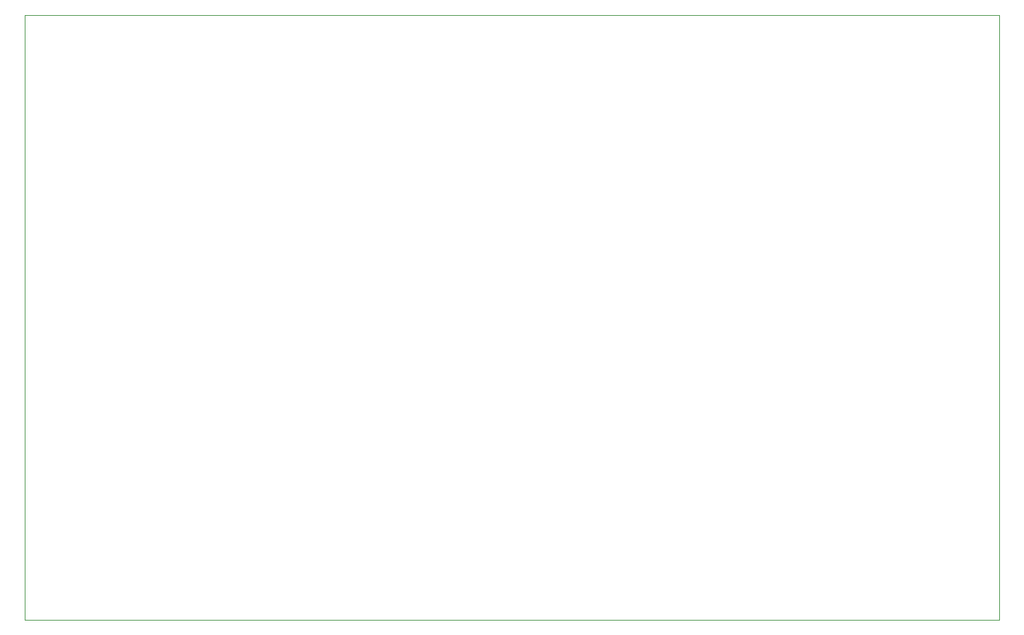
<source format=gbr>
%TF.GenerationSoftware,KiCad,Pcbnew,(5.1.9)-1*%
%TF.CreationDate,2021-11-11T08:41:06-06:00*%
%TF.ProjectId,simple-gpsdo,73696d70-6c65-42d6-9770-73646f2e6b69,E*%
%TF.SameCoordinates,Original*%
%TF.FileFunction,Profile,NP*%
%FSLAX46Y46*%
G04 Gerber Fmt 4.6, Leading zero omitted, Abs format (unit mm)*
G04 Created by KiCad (PCBNEW (5.1.9)-1) date 2021-11-11 08:41:06*
%MOMM*%
%LPD*%
G01*
G04 APERTURE LIST*
%TA.AperFunction,Profile*%
%ADD10C,0.050000*%
%TD*%
G04 APERTURE END LIST*
D10*
X75000000Y-75000000D02*
X74500000Y-75000000D01*
X75000000Y-149500000D02*
X74500000Y-149500000D01*
X74500000Y-149500000D02*
X74500000Y-75000000D01*
X194500000Y-149500000D02*
X75000000Y-149500000D01*
X194500000Y-75000000D02*
X194500000Y-149500000D01*
X75000000Y-75000000D02*
X194500000Y-75000000D01*
M02*

</source>
